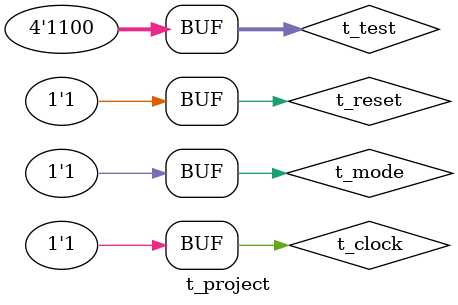
<source format=v>
module t_project ();
	wire t_signal, t_enable;
	wire [1:0] t_result;
	wire [11:0] t_password;
	wire [11:0] t_password2;
	wire clock3_t;
	wire[1:0] trials_t;
	reg  t_clock, t_reset,t_mode;
	reg [3:0] t_test;

	// testbench ()
	t_main main_t(.password(t_password),   
	.result(t_result), 
	.data_test(t_test), 
	.mode_test(t_mode), 
	.reset_test(~t_reset), 
	.enable_t(t_enable),
	.signal_t(t_signal),
	.clock_t(~t_clock),
	.password2(t_password2),
	.clock3(clock3_t),
	.trials(trials_t));

	initial 
	begin
		$monitor ("%tps: trials %b, reset %b, mode %b, signal %b, enable %b, password input %b, result %b, pass verify %b,clock3 %b \n \n", 
		$time,trials_t,t_reset, t_mode, t_signal, t_enable, t_password, t_result,t_password2,clock3_t);
	end
	
	initial 
	begin
		t_mode = 1'b0;     		// 0ps : mode set
		t_reset = 1'b1;
		#1 t_clock = 1'b1;		// 1ps : clock 
		#1 t_test = 4'b0000; 	// 2ps : prepare data	
		#1 t_clock = 1'b0;		// 3ps : input data - 1 negegde clock
		#1 t_clock = 1'b1;		// 4ps : clock return
		#1 t_test = 4'b0001;		// 5ps : prepare data
		#1 t_clock = 1'b0;		// 6ps : input data - 2 negegde clock
		#1 t_clock = 1'b1;		// 7ps : clock return
		#1 t_test = 4'b1011;		// 8ps : prepare data 
		#1 t_clock = 1'b0;		// 9ps : input data - 3 negegde clock - set password
		#1 t_clock = 1'b1;		// 10ps : clock return
		
		//--------------------------------------------------------------------------
		
		#1 t_mode = 1'b1;			// 11ps : mode verify
		#1 t_test = 4'b0000;		// 12ps : prepare data
		#1 t_clock = 1'b0;		// 13ps : input data - 1 negedge clock
		#1 t_clock = 1'b1;		// 14ps : clock return 
		#1 t_test = 4'b0001;		// 15ps : prepare data
		#1 t_clock = 1'b0;		// 16ps : input data - 2 negedge clock
		#1 t_clock = 1'b1;		// 17ps : clock return
		#1 t_test = 4'b1011;		// 18ps : prepare data
		#1 t_clock = 1'b0;		// 19ps : input data - 3 negedge clock - verify password
		#1 t_clock = 1'b1;		// 20ps : clock return  						(verify right)
		
		//------------------------------------------------------------------------------
		
		#1 t_test = 4'b0010;		// 21ps : prepare data
		#1 t_clock = 1'b0;		// 22ps : input data - 1 negedge clock
		#1 t_clock = 1'b1;		// 23ps : clock return 
		#1 t_test = 4'b1000;		// 24ps : prepare data
		#1 t_clock = 1'b0;		// 25ps : input data - 2 negedge clock
		#1 t_clock = 1'b1;		// 26ps : clock return
		#1 t_test = 4'b1001;		// 27ps : prepare data
		#1 t_clock = 1'b0;		// 28ps : input data - 3 negedge clock - verify password
		#1 t_clock = 1'b1;		// 29ps : clock return				(verify wrong 1 time)
		
		//------------------------------------------------------------------------------
		
		#1 t_test = 4'b0010;		// 30ps : prepare data
		#1 t_clock = 1'b0;		// 31ps : input data - 1 negedge clock
		#1 t_clock = 1'b1;		// 32ps : clock return 
		#1 t_test = 4'b1000;		// 33ps : prepare data
		#1 t_clock = 1'b0;		// 34ps : input data - 2 negedge clock
		#1 t_clock = 1'b1;		// 35ps : clock return
		#1 t_test = 4'b1001;		// 36ps : prepare data
		#1 t_clock = 1'b0;		// 37ps : input data - 3 negedge clock - verify password
		#1 t_clock = 1'b1;		// 38ps : clock return				(verify wrong 2 times)
		
		//------------------------------------------------------------------------------
		
		#1 t_test = 4'b0010;		// 39ps : prepare data
		#1 t_clock = 1'b0;		// 40ps : input data - 1 negedge clock
		#1 t_clock = 1'b1;		// 41ps : clock return 
		#1 t_test = 4'b1000;		// 42ps : prepare data
		#1 t_clock = 1'b0;		// 43ps : input data - 2 negedge clock
		#1 t_clock = 1'b1;		// 44ps : clock return
		#1 t_test = 4'b1001;		// 45ps : prepare data
		#1 t_clock = 1'b0;		// 46ps : input data - 3 negedge clock - verify password
		#1 t_clock = 1'b1;		// 47ps : clock return | *verify wrong 3 times => block system
		
		//------------------------------------------------------------------------------
		
		//try to input right password
		#1 t_test = 4'b0000; 	// 48ps : prepare data	
		#1 t_clock = 1'b0;		// 49ps : input data - 1 negegde clock
		#1 t_clock = 1'b1;		// 50ps : clock return
		#1 t_test = 4'b0001;		// 51ps : prepare data
		#1 t_clock = 1'b0;		// 52ps : input data - 2 negegde clock
		#1 t_clock = 1'b1;		// 53ps : clock return
		#1 t_test = 4'b1011;		// 54ps : prepare data 
		#1 t_clock = 1'b0;		// 55ps : input data - 3 negegde clock - verify but block
		#1 t_clock = 1'b1;		// 56ps : clock return
		
		//-------------------------------------------------------------------------------
		
		#1 t_reset = 1'b0;		// 57ps : reset system
		#1 t_reset = 1'b1;		// 58ps : reset return
		#1 t_test = 4'b0000; 	// 59ps : prepare data	
		#1 t_clock = 1'b0;		// 60ps : input data - 1 negegde clock
		#1 t_clock = 1'b1;		// 61ps : clock return
		#1 t_test = 4'b0001;		// 62ps : prepare data
		#1 t_clock = 1'b0;		// 63ps : input data - 2 negegde clock
		#1 t_clock = 1'b1;		// 64ps : clock return
		#1 t_test = 4'b1011;		// 65ps : prepare data 
		#1 t_clock = 1'b0;		// 66ps : input data - 3 negegde clock - verify right
		#1 t_clock = 1'b1;		// 67ps : clock return 
		
		//---------------------------------------------------------------------------
		
		#1 t_mode = 1'b0;     	// 68ps : mode set
		#1 t_test = 4'b0011; 	// 69ps : prepare data	
		#1 t_clock = 1'b0;		// 70ps : input data - 1 negegde clock
		#1 t_clock = 1'b1;		// 71ps : clock return
		#1 t_test = 4'b0011;		// 72ps : prepare data
		#1 t_clock = 1'b0;		// 73ps : input data - 2 negegde clock
		#1 t_clock = 1'b1;		// 74ps : clock return
		#1 t_test = 4'b1100;		// 75ps : prepare data 
		#1 t_clock = 1'b0;		// 76ps : input data - 3 negegde clock - set password
		#1 t_clock = 1'b1;		// 77ps : clock return 
		
		//---------------------------------------------------------------------------
		
		#1 t_mode = 1'b1;			// 78ps : mode verify 
		#1 t_test = 4'b0011; 	// 79ps : prepare data	
		#1 t_clock = 1'b0;		// 80ps : input data - 1 negegde clock
		#1 t_clock = 1'b1;		// 81ps : clock return
		#1 t_test = 4'b0011;		// 82ps : prepare data
		#1 t_clock = 1'b0;		// 83ps : input data - 2 negegde clock
		#1 t_clock = 1'b1;		// 84ps : clock return
		#1 t_test = 4'b1100;		// 85ps : prepare data 
		#1 t_clock = 1'b0;		// 86ps : input data - 3 negegde clock - verify password right
		#1 t_clock = 1'b1;		// 87ps : clock return 
		
		//------------------------------------------------------------------------------------
	
		#1 t_test = 4'b0010; 	// 88ps : prepare data	
		#1 t_clock = 1'b0;		// 89ps : input data - 1 negegde clock
		#1 t_clock = 1'b1;		// 90ps : clock return
		#1 t_test = 4'b0011;		// 91ps : prepare data
		#1 t_clock = 1'b0;		// 92ps : input data - 2 negegde clock
		#1 t_clock = 1'b1;		// 93ps : clock return
		#1 t_test = 4'b1100;		// 94ps : prepare data 
		#1 t_clock = 1'b0;		// 95ps : input data - 3 negegde clock - verify password wrong
		#1 t_clock = 1'b1;		// 96ps : clock return (1 time wrong)		
		
		//------------------------------------------------------------------------------------
		
		#1 t_test = 4'b0011; 	// 97ps : prepare data	
		#1 t_clock = 1'b0;		// 98ps : input data - 1 negegde clock
		#1 t_clock = 1'b1;		// 99ps : clock return
		#1 t_test = 4'b0011;		// 100ps : prepare data
		#1 t_clock = 1'b0;		// 101ps : input data - 2 negegde clock
		#1 t_clock = 1'b1;		// 102ps : clock return
		#1 t_test = 4'b1100;		// 103ps : prepare data 
		#1 t_clock = 1'b0;		// 104ps : input data - 3 negegde clock - verify password right
		#1 t_clock = 1'b1;		// 105ps : clock return  -  reset trial

		//------------------------------------------------------------------------------------
		 
		#1 t_test = 4'b0010; 	// 106ps : prepare data	
		#1 t_clock = 1'b0;		// 107ps : input data - 1 negegde clock
		#1 t_clock = 1'b1;		// 108ps : clock return
		#1 t_test = 4'b0011;		// 109ps : prepare data
		#1 t_clock = 1'b0;		// 110ps : input data - 2 negegde clock
		#1 t_clock = 1'b1;		// 111ps : clock return
		#1 t_test = 4'b1100;		// 112ps : prepare data 
		#1 t_clock = 1'b0;		// 113ps : input data - 3 negegde clock - verify password wrong
		#1 t_clock = 1'b1;		// 114ps : clock return (1 time wrong)		
		
		//-------------------------------------------------------------------------------------
	
		#1 t_test = 4'b0010; 	// 115ps : prepare data	
		#1 t_clock = 1'b0;		// 116ps : input data - 1 negegde clock
		#1 t_clock = 1'b1;		// 117ps : clock return
		#1 t_test = 4'b0011;		// 118ps : prepare data
		#1 t_clock = 1'b0;		// 119ps : input data - 2 negegde clock
		#1 t_clock = 1'b1;		// 120ps : clock return
		#1 t_test = 4'b1100;		// 121ps : prepare data 
		#1 t_clock = 1'b0;		// 122ps : input data - 3 negegde clock - verify password wrong
		#1 t_clock = 1'b1;		// 123ps : clock return (2 times wrong)		
		
		//-------------------------------------------------------------------------------------
		
		#1 t_test = 4'b0011; 	// 124ps : prepare data	
		#1 t_clock = 1'b0;		// 125ps : input data - 1 negegde clock
		#1 t_clock = 1'b1;		// 126ps : clock return
		#1 t_test = 4'b0011;		// 127ps : prepare data
		#1 t_clock = 1'b0;		// 128ps : input data - 2 negegde clock
		#1 t_clock = 1'b1;		// 129ps : clock return
		#1 t_test = 4'b1100;		// 130ps : prepare data 
		#1 t_clock = 1'b0;		// 131ps : input data - 3 negegde clock - verify password right
		#1 t_clock = 1'b1;		// 132ps : clock return  -  reset trial
		
	end
		
		
endmodule 
</source>
